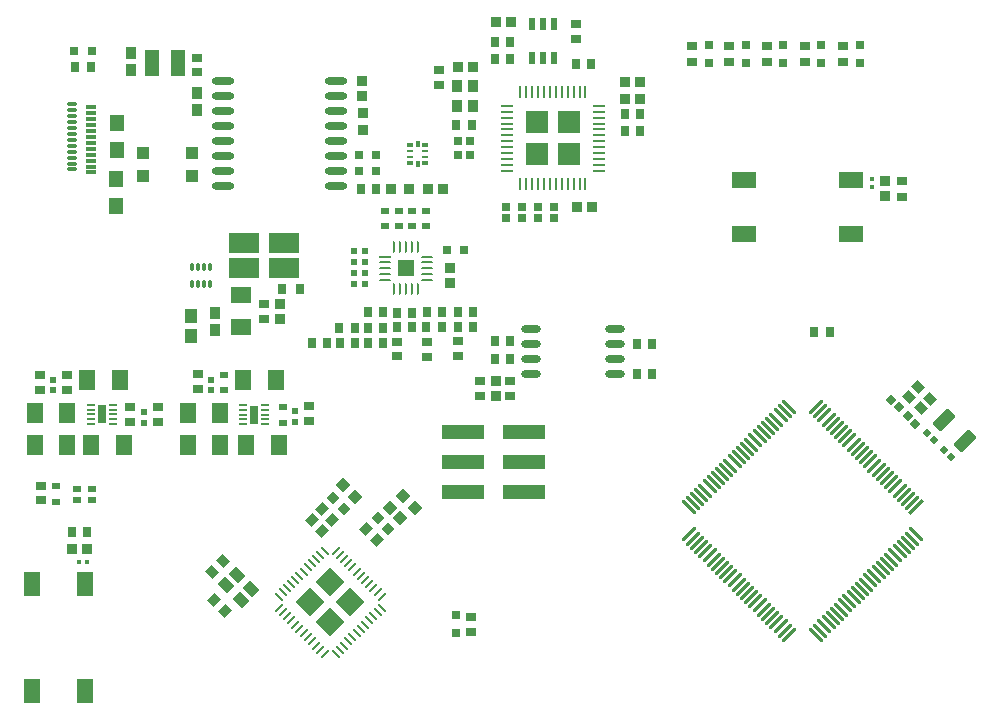
<source format=gtp>
G04*
G04 #@! TF.GenerationSoftware,Altium Limited,Altium Designer,23.5.1 (21)*
G04*
G04 Layer_Color=8421504*
%FSLAX43Y43*%
%MOMM*%
G71*
G04*
G04 #@! TF.SameCoordinates,3CC85EA5-9251-4F65-83BD-490A156F9735*
G04*
G04*
G04 #@! TF.FilePolarity,Positive*
G04*
G01*
G75*
%ADD25R,1.976X1.976*%
%ADD26R,1.423X1.423*%
%ADD27P,2.460X4X180.0*%
G04:AMPARAMS|DCode=28|XSize=1.739mm|YSize=1.739mm|CornerRadius=0mm|HoleSize=0mm|Usage=FLASHONLY|Rotation=135.000|XOffset=0mm|YOffset=0mm|HoleType=Round|Shape=Rectangle|*
%AMROTATEDRECTD28*
4,1,4,1.230,0.000,-0.000,-1.230,-1.230,-0.000,0.000,1.230,1.230,0.000,0.0*
%
%ADD28ROTATEDRECTD28*%

%ADD29R,0.807X0.858*%
%ADD30R,0.350X0.630*%
%ADD31R,0.530X0.300*%
%ADD32R,0.530X0.250*%
%ADD33R,0.600X1.100*%
%ADD34R,0.900X1.100*%
%ADD35R,1.044X0.242*%
G04:AMPARAMS|DCode=36|XSize=1.044mm|YSize=0.242mm|CornerRadius=0.121mm|HoleSize=0mm|Usage=FLASHONLY|Rotation=0.000|XOffset=0mm|YOffset=0mm|HoleType=Round|Shape=RoundedRectangle|*
%AMROUNDEDRECTD36*
21,1,1.044,0.000,0,0,0.0*
21,1,0.801,0.242,0,0,0.0*
1,1,0.242,0.401,0.000*
1,1,0.242,-0.401,0.000*
1,1,0.242,-0.401,0.000*
1,1,0.242,0.401,0.000*
%
%ADD36ROUNDEDRECTD36*%
G04:AMPARAMS|DCode=37|XSize=0.242mm|YSize=1.044mm|CornerRadius=0.121mm|HoleSize=0mm|Usage=FLASHONLY|Rotation=0.000|XOffset=0mm|YOffset=0mm|HoleType=Round|Shape=RoundedRectangle|*
%AMROUNDEDRECTD37*
21,1,0.242,0.801,0,0,0.0*
21,1,0.000,1.044,0,0,0.0*
1,1,0.242,0.000,-0.401*
1,1,0.242,0.000,-0.401*
1,1,0.242,0.000,0.401*
1,1,0.242,0.000,0.401*
%
%ADD37ROUNDEDRECTD37*%
%ADD38R,0.690X1.500*%
%ADD39O,0.800X0.200*%
%ADD40R,0.800X0.200*%
%ADD41R,0.800X0.950*%
%ADD42R,0.950X0.800*%
%ADD43R,0.700X0.650*%
%ADD44R,0.800X0.600*%
%ADD45R,0.850X0.700*%
G04:AMPARAMS|DCode=46|XSize=0.76mm|YSize=0.66mm|CornerRadius=0.083mm|HoleSize=0mm|Usage=FLASHONLY|Rotation=90.000|XOffset=0mm|YOffset=0mm|HoleType=Round|Shape=RoundedRectangle|*
%AMROUNDEDRECTD46*
21,1,0.760,0.495,0,0,90.0*
21,1,0.595,0.660,0,0,90.0*
1,1,0.165,0.248,0.297*
1,1,0.165,0.248,-0.297*
1,1,0.165,-0.248,-0.297*
1,1,0.165,-0.248,0.297*
%
%ADD46ROUNDEDRECTD46*%
%ADD47R,0.858X0.807*%
%ADD48R,0.850X0.750*%
%ADD49R,0.812X0.758*%
%ADD50R,0.958X0.912*%
G04:AMPARAMS|DCode=51|XSize=0.55mm|YSize=0.5mm|CornerRadius=0.063mm|HoleSize=0mm|Usage=FLASHONLY|Rotation=0.000|XOffset=0mm|YOffset=0mm|HoleType=Round|Shape=RoundedRectangle|*
%AMROUNDEDRECTD51*
21,1,0.550,0.375,0,0,0.0*
21,1,0.425,0.500,0,0,0.0*
1,1,0.125,0.213,-0.188*
1,1,0.125,-0.213,-0.188*
1,1,0.125,-0.213,0.188*
1,1,0.125,0.213,0.188*
%
%ADD51ROUNDEDRECTD51*%
%ADD52R,1.350X1.800*%
%ADD53R,0.750X0.850*%
%ADD54R,2.606X1.703*%
%ADD55R,1.004X0.239*%
G04:AMPARAMS|DCode=56|XSize=1.004mm|YSize=0.239mm|CornerRadius=0.12mm|HoleSize=0mm|Usage=FLASHONLY|Rotation=0.000|XOffset=0mm|YOffset=0mm|HoleType=Round|Shape=RoundedRectangle|*
%AMROUNDEDRECTD56*
21,1,1.004,0.000,0,0,0.0*
21,1,0.765,0.239,0,0,0.0*
1,1,0.239,0.382,0.000*
1,1,0.239,-0.382,0.000*
1,1,0.239,-0.382,0.000*
1,1,0.239,0.382,0.000*
%
%ADD56ROUNDEDRECTD56*%
G04:AMPARAMS|DCode=57|XSize=0.239mm|YSize=1.004mm|CornerRadius=0.12mm|HoleSize=0mm|Usage=FLASHONLY|Rotation=0.000|XOffset=0mm|YOffset=0mm|HoleType=Round|Shape=RoundedRectangle|*
%AMROUNDEDRECTD57*
21,1,0.239,0.765,0,0,0.0*
21,1,0.000,1.004,0,0,0.0*
1,1,0.239,0.000,-0.382*
1,1,0.239,0.000,-0.382*
1,1,0.239,0.000,0.382*
1,1,0.239,0.000,0.382*
%
%ADD57ROUNDEDRECTD57*%
%ADD58R,0.912X0.958*%
%ADD59O,1.700X0.600*%
G04:AMPARAMS|DCode=60|XSize=0.252mm|YSize=1.655mm|CornerRadius=0.126mm|HoleSize=0mm|Usage=FLASHONLY|Rotation=225.000|XOffset=0mm|YOffset=0mm|HoleType=Round|Shape=RoundedRectangle|*
%AMROUNDEDRECTD60*
21,1,0.252,1.403,0,0,225.0*
21,1,0.000,1.655,0,0,225.0*
1,1,0.252,-0.496,0.496*
1,1,0.252,-0.496,0.496*
1,1,0.252,0.496,-0.496*
1,1,0.252,0.496,-0.496*
%
%ADD60ROUNDEDRECTD60*%
G04:AMPARAMS|DCode=61|XSize=1.655mm|YSize=0.252mm|CornerRadius=0mm|HoleSize=0mm|Usage=FLASHONLY|Rotation=225.000|XOffset=0mm|YOffset=0mm|HoleType=Round|Shape=Rectangle|*
%AMROTATEDRECTD61*
4,1,4,0.496,0.674,0.674,0.496,-0.496,-0.674,-0.674,-0.496,0.496,0.674,0.0*
%
%ADD61ROTATEDRECTD61*%

G04:AMPARAMS|DCode=62|XSize=1.655mm|YSize=0.252mm|CornerRadius=0.126mm|HoleSize=0mm|Usage=FLASHONLY|Rotation=225.000|XOffset=0mm|YOffset=0mm|HoleType=Round|Shape=RoundedRectangle|*
%AMROUNDEDRECTD62*
21,1,1.655,0.000,0,0,225.0*
21,1,1.403,0.252,0,0,225.0*
1,1,0.252,-0.496,-0.496*
1,1,0.252,0.496,0.496*
1,1,0.252,0.496,0.496*
1,1,0.252,-0.496,-0.496*
%
%ADD62ROUNDEDRECTD62*%
%ADD63R,3.560X1.270*%
%ADD64P,1.344X4X270.0*%
G04:AMPARAMS|DCode=65|XSize=0.905mm|YSize=0.906mm|CornerRadius=0mm|HoleSize=0mm|Usage=FLASHONLY|Rotation=135.000|XOffset=0mm|YOffset=0mm|HoleType=Round|Shape=Rectangle|*
%AMROTATEDRECTD65*
4,1,4,0.640,0.000,-0.000,-0.640,-0.640,-0.000,0.000,0.640,0.640,0.000,0.0*
%
%ADD65ROTATEDRECTD65*%

G04:AMPARAMS|DCode=66|XSize=0.758mm|YSize=0.812mm|CornerRadius=0mm|HoleSize=0mm|Usage=FLASHONLY|Rotation=135.000|XOffset=0mm|YOffset=0mm|HoleType=Round|Shape=Rectangle|*
%AMROTATEDRECTD66*
4,1,4,0.555,0.019,-0.019,-0.555,-0.555,-0.019,0.019,0.555,0.555,0.019,0.0*
%
%ADD66ROTATEDRECTD66*%

G04:AMPARAMS|DCode=67|XSize=0.807mm|YSize=0.858mm|CornerRadius=0mm|HoleSize=0mm|Usage=FLASHONLY|Rotation=135.000|XOffset=0mm|YOffset=0mm|HoleType=Round|Shape=Rectangle|*
%AMROTATEDRECTD67*
4,1,4,0.589,0.018,-0.018,-0.589,-0.589,-0.018,0.018,0.589,0.589,0.018,0.0*
%
%ADD67ROTATEDRECTD67*%

G04:AMPARAMS|DCode=68|XSize=0.85mm|YSize=0.75mm|CornerRadius=0mm|HoleSize=0mm|Usage=FLASHONLY|Rotation=45.000|XOffset=0mm|YOffset=0mm|HoleType=Round|Shape=Rectangle|*
%AMROTATEDRECTD68*
4,1,4,-0.035,-0.566,-0.566,-0.035,0.035,0.566,0.566,0.035,-0.035,-0.566,0.0*
%
%ADD68ROTATEDRECTD68*%

%ADD69R,0.800X0.800*%
G04:AMPARAMS|DCode=70|XSize=0.192mm|YSize=0.908mm|CornerRadius=0.096mm|HoleSize=0mm|Usage=FLASHONLY|Rotation=135.000|XOffset=0mm|YOffset=0mm|HoleType=Round|Shape=RoundedRectangle|*
%AMROUNDEDRECTD70*
21,1,0.192,0.715,0,0,135.0*
21,1,0.000,0.908,0,0,135.0*
1,1,0.192,0.253,0.253*
1,1,0.192,0.253,0.253*
1,1,0.192,-0.253,-0.253*
1,1,0.192,-0.253,-0.253*
%
%ADD70ROUNDEDRECTD70*%
G04:AMPARAMS|DCode=71|XSize=0.908mm|YSize=0.192mm|CornerRadius=0.096mm|HoleSize=0mm|Usage=FLASHONLY|Rotation=135.000|XOffset=0mm|YOffset=0mm|HoleType=Round|Shape=RoundedRectangle|*
%AMROUNDEDRECTD71*
21,1,0.908,0.000,0,0,135.0*
21,1,0.715,0.192,0,0,135.0*
1,1,0.192,-0.253,0.253*
1,1,0.192,0.253,-0.253*
1,1,0.192,0.253,-0.253*
1,1,0.192,-0.253,0.253*
%
%ADD71ROUNDEDRECTD71*%
G04:AMPARAMS|DCode=72|XSize=0.908mm|YSize=0.192mm|CornerRadius=0mm|HoleSize=0mm|Usage=FLASHONLY|Rotation=135.000|XOffset=0mm|YOffset=0mm|HoleType=Round|Shape=Rectangle|*
%AMROTATEDRECTD72*
4,1,4,0.389,-0.253,0.253,-0.389,-0.389,0.253,-0.253,0.389,0.389,-0.253,0.0*
%
%ADD72ROTATEDRECTD72*%

G04:AMPARAMS|DCode=73|XSize=1.1mm|YSize=0.9mm|CornerRadius=0mm|HoleSize=0mm|Usage=FLASHONLY|Rotation=315.000|XOffset=0mm|YOffset=0mm|HoleType=Round|Shape=Rectangle|*
%AMROTATEDRECTD73*
4,1,4,-0.707,0.071,-0.071,0.707,0.707,-0.071,0.071,-0.707,-0.707,0.071,0.0*
%
%ADD73ROTATEDRECTD73*%

G04:AMPARAMS|DCode=74|XSize=0.807mm|YSize=0.858mm|CornerRadius=0mm|HoleSize=0mm|Usage=FLASHONLY|Rotation=45.000|XOffset=0mm|YOffset=0mm|HoleType=Round|Shape=Rectangle|*
%AMROTATEDRECTD74*
4,1,4,0.018,-0.589,-0.589,0.018,-0.018,0.589,0.589,-0.018,0.018,-0.589,0.0*
%
%ADD74ROTATEDRECTD74*%

G04:AMPARAMS|DCode=75|XSize=0.95mm|YSize=0.8mm|CornerRadius=0mm|HoleSize=0mm|Usage=FLASHONLY|Rotation=225.000|XOffset=0mm|YOffset=0mm|HoleType=Round|Shape=Rectangle|*
%AMROTATEDRECTD75*
4,1,4,0.053,0.619,0.619,0.053,-0.053,-0.619,-0.619,-0.053,0.053,0.619,0.0*
%
%ADD75ROTATEDRECTD75*%

%ADD76R,0.450X0.400*%
%ADD77R,1.400X2.100*%
G04:AMPARAMS|DCode=78|XSize=0.55mm|YSize=0.5mm|CornerRadius=0.063mm|HoleSize=0mm|Usage=FLASHONLY|Rotation=270.000|XOffset=0mm|YOffset=0mm|HoleType=Round|Shape=RoundedRectangle|*
%AMROUNDEDRECTD78*
21,1,0.550,0.375,0,0,270.0*
21,1,0.425,0.500,0,0,270.0*
1,1,0.125,-0.188,-0.213*
1,1,0.125,-0.188,0.213*
1,1,0.125,0.188,0.213*
1,1,0.125,0.188,-0.213*
%
%ADD78ROUNDEDRECTD78*%
G04:AMPARAMS|DCode=79|XSize=0.8mm|YSize=0.75mm|CornerRadius=0.094mm|HoleSize=0mm|Usage=FLASHONLY|Rotation=90.000|XOffset=0mm|YOffset=0mm|HoleType=Round|Shape=RoundedRectangle|*
%AMROUNDEDRECTD79*
21,1,0.800,0.563,0,0,90.0*
21,1,0.613,0.750,0,0,90.0*
1,1,0.188,0.281,0.306*
1,1,0.188,0.281,-0.306*
1,1,0.188,-0.281,-0.306*
1,1,0.188,-0.281,0.306*
%
%ADD79ROUNDEDRECTD79*%
%ADD80R,1.800X1.350*%
%ADD81R,0.958X1.007*%
%ADD82R,1.058X1.206*%
G04:AMPARAMS|DCode=83|XSize=0.67mm|YSize=0.3mm|CornerRadius=0.075mm|HoleSize=0mm|Usage=FLASHONLY|Rotation=270.000|XOffset=0mm|YOffset=0mm|HoleType=Round|Shape=RoundedRectangle|*
%AMROUNDEDRECTD83*
21,1,0.670,0.150,0,0,270.0*
21,1,0.520,0.300,0,0,270.0*
1,1,0.150,-0.075,-0.260*
1,1,0.150,-0.075,0.260*
1,1,0.150,0.075,0.260*
1,1,0.150,0.075,-0.260*
%
%ADD83ROUNDEDRECTD83*%
%ADD84R,1.300X1.400*%
%ADD85R,1.230X2.220*%
%ADD86O,1.900X0.600*%
%ADD87R,0.800X0.800*%
%ADD88R,1.100X1.000*%
%ADD89R,0.650X0.700*%
%ADD90P,0.735X4X180.0*%
G04:AMPARAMS|DCode=91|XSize=1mm|YSize=1.8mm|CornerRadius=0.1mm|HoleSize=0mm|Usage=FLASHONLY|Rotation=135.000|XOffset=0mm|YOffset=0mm|HoleType=Round|Shape=RoundedRectangle|*
%AMROUNDEDRECTD91*
21,1,1.000,1.600,0,0,135.0*
21,1,0.800,1.800,0,0,135.0*
1,1,0.200,0.283,0.849*
1,1,0.200,0.849,0.283*
1,1,0.200,-0.283,-0.849*
1,1,0.200,-0.849,-0.283*
%
%ADD91ROUNDEDRECTD91*%
G04:AMPARAMS|DCode=92|XSize=0.62mm|YSize=0.66mm|CornerRadius=0mm|HoleSize=0mm|Usage=FLASHONLY|Rotation=225.000|XOffset=0mm|YOffset=0mm|HoleType=Round|Shape=Rectangle|*
%AMROTATEDRECTD92*
4,1,4,-0.014,0.453,0.453,-0.014,0.014,-0.453,-0.453,0.014,-0.014,0.453,0.0*
%
%ADD92ROTATEDRECTD92*%

G04:AMPARAMS|DCode=93|XSize=0.8mm|YSize=0.9mm|CornerRadius=0.08mm|HoleSize=0mm|Usage=FLASHONLY|Rotation=225.000|XOffset=0mm|YOffset=0mm|HoleType=Round|Shape=RoundedRectangle|*
%AMROUNDEDRECTD93*
21,1,0.800,0.740,0,0,225.0*
21,1,0.640,0.900,0,0,225.0*
1,1,0.160,-0.488,0.035*
1,1,0.160,-0.035,0.488*
1,1,0.160,0.488,-0.035*
1,1,0.160,0.035,-0.488*
%
%ADD93ROUNDEDRECTD93*%
%ADD94R,0.400X0.450*%
%ADD95R,2.100X1.400*%
G04:AMPARAMS|DCode=96|XSize=0.27mm|YSize=0.9mm|CornerRadius=0.034mm|HoleSize=0mm|Usage=FLASHONLY|Rotation=270.000|XOffset=0mm|YOffset=0mm|HoleType=Round|Shape=RoundedRectangle|*
%AMROUNDEDRECTD96*
21,1,0.270,0.832,0,0,270.0*
21,1,0.203,0.900,0,0,270.0*
1,1,0.068,-0.416,-0.101*
1,1,0.068,-0.416,0.101*
1,1,0.068,0.416,0.101*
1,1,0.068,0.416,-0.101*
%
%ADD96ROUNDEDRECTD96*%
G04:AMPARAMS|DCode=97|XSize=0.27mm|YSize=0.8mm|CornerRadius=0.034mm|HoleSize=0mm|Usage=FLASHONLY|Rotation=270.000|XOffset=0mm|YOffset=0mm|HoleType=Round|Shape=RoundedRectangle|*
%AMROUNDEDRECTD97*
21,1,0.270,0.733,0,0,270.0*
21,1,0.203,0.800,0,0,270.0*
1,1,0.068,-0.366,-0.101*
1,1,0.068,-0.366,0.101*
1,1,0.068,0.366,0.101*
1,1,0.068,0.366,-0.101*
%
%ADD97ROUNDEDRECTD97*%
D25*
X45279Y60062D02*
D03*
X48021D02*
D03*
X45279Y57319D02*
D03*
X48021D02*
D03*
D26*
X34225Y47675D02*
D03*
D27*
X27786Y17696D02*
D03*
X29492Y19402D02*
D03*
D28*
X26079Y19403D02*
D03*
X27786Y21109D02*
D03*
D29*
X36074Y54375D02*
D03*
X37326D02*
D03*
X43076Y68525D02*
D03*
X41824D02*
D03*
X39851Y64703D02*
D03*
X38599D02*
D03*
X5924Y23900D02*
D03*
X7176D02*
D03*
X48674Y52875D02*
D03*
X49926D02*
D03*
X52774Y63454D02*
D03*
X54026D02*
D03*
X52774Y62054D02*
D03*
X54026D02*
D03*
D30*
X35200Y56535D02*
D03*
Y58215D02*
D03*
D31*
X34560Y56625D02*
D03*
Y58125D02*
D03*
X35840D02*
D03*
Y56625D02*
D03*
D32*
X34560Y57125D02*
D03*
Y57625D02*
D03*
X35840D02*
D03*
Y57125D02*
D03*
D33*
X44850Y65525D02*
D03*
X45800D02*
D03*
X46750D02*
D03*
X46750Y68325D02*
D03*
X45800Y68325D02*
D03*
X44850Y68325D02*
D03*
D34*
X39839Y63152D02*
D03*
Y61452D02*
D03*
X38539Y63152D02*
D03*
Y61452D02*
D03*
D35*
X42737Y61440D02*
D03*
D36*
Y60940D02*
D03*
Y60440D02*
D03*
Y59940D02*
D03*
Y59440D02*
D03*
Y58940D02*
D03*
Y58440D02*
D03*
Y57940D02*
D03*
Y57440D02*
D03*
Y56940D02*
D03*
Y56440D02*
D03*
Y55940D02*
D03*
X50564D02*
D03*
Y56440D02*
D03*
Y56940D02*
D03*
Y57440D02*
D03*
Y57940D02*
D03*
Y58440D02*
D03*
Y58940D02*
D03*
Y59440D02*
D03*
Y59940D02*
D03*
Y60440D02*
D03*
Y60940D02*
D03*
Y61440D02*
D03*
D37*
X43900Y54777D02*
D03*
X44400D02*
D03*
X44900D02*
D03*
X45400D02*
D03*
X45900D02*
D03*
X46400D02*
D03*
X46900D02*
D03*
X47400D02*
D03*
X47900D02*
D03*
X48400D02*
D03*
X48900D02*
D03*
X49400D02*
D03*
Y62604D02*
D03*
X48900D02*
D03*
X48400D02*
D03*
X47900D02*
D03*
X47400D02*
D03*
X46900D02*
D03*
X46400D02*
D03*
X45900D02*
D03*
X45400D02*
D03*
X44900D02*
D03*
X44400D02*
D03*
X43900D02*
D03*
D38*
X8450Y35325D02*
D03*
X21346Y35300D02*
D03*
D39*
X7500Y36125D02*
D03*
Y35725D02*
D03*
Y35325D02*
D03*
Y34925D02*
D03*
Y34525D02*
D03*
X9400Y36125D02*
D03*
Y35725D02*
D03*
Y35325D02*
D03*
Y34925D02*
D03*
X20396Y36100D02*
D03*
Y35700D02*
D03*
Y35300D02*
D03*
Y34900D02*
D03*
Y34500D02*
D03*
X22296Y36100D02*
D03*
Y35700D02*
D03*
Y35300D02*
D03*
Y34900D02*
D03*
D40*
X9400Y34525D02*
D03*
X22296Y34500D02*
D03*
D41*
X41724Y39995D02*
D03*
X43024D02*
D03*
X41724Y41546D02*
D03*
X43024Y41546D02*
D03*
X43050Y65403D02*
D03*
X41750D02*
D03*
X38464Y59797D02*
D03*
X39764D02*
D03*
X30975Y42600D02*
D03*
X32275D02*
D03*
X39871Y42698D02*
D03*
X38571Y42698D02*
D03*
X35939Y42743D02*
D03*
X37239D02*
D03*
X33450Y42673D02*
D03*
X34750D02*
D03*
X32275Y43950D02*
D03*
X30975Y43950D02*
D03*
X29871Y42586D02*
D03*
X28571Y42586D02*
D03*
X30381Y54393D02*
D03*
X31681D02*
D03*
X55056Y41270D02*
D03*
X53756Y41270D02*
D03*
X55056Y38724D02*
D03*
X53756D02*
D03*
X5900Y25350D02*
D03*
X7200D02*
D03*
X7525Y64700D02*
D03*
X6225D02*
D03*
X41750Y66800D02*
D03*
X43050D02*
D03*
X48600Y64975D02*
D03*
X49900D02*
D03*
X54026Y59304D02*
D03*
X52726D02*
D03*
X70075Y42250D02*
D03*
X68775D02*
D03*
D42*
X37014Y63213D02*
D03*
Y64513D02*
D03*
X5465Y38675D02*
D03*
Y37375D02*
D03*
X16600Y38750D02*
D03*
X16600Y37450D02*
D03*
X10850Y35975D02*
D03*
Y34675D02*
D03*
X13250Y34675D02*
D03*
Y35975D02*
D03*
X26000Y34750D02*
D03*
Y36050D02*
D03*
X35975Y41450D02*
D03*
X35975Y40150D02*
D03*
X39675Y18175D02*
D03*
Y16875D02*
D03*
X3200Y38650D02*
D03*
Y37350D02*
D03*
X48575Y68400D02*
D03*
X48575Y67100D02*
D03*
X67997Y65188D02*
D03*
Y66488D02*
D03*
X64747Y65188D02*
D03*
Y66488D02*
D03*
X61596Y65188D02*
D03*
Y66488D02*
D03*
X58446D02*
D03*
Y65188D02*
D03*
X71248D02*
D03*
Y66488D02*
D03*
X76200Y53750D02*
D03*
Y55050D02*
D03*
D43*
X38639Y58447D02*
D03*
X39589D02*
D03*
X38650Y57300D02*
D03*
X39600D02*
D03*
D44*
X18821Y38643D02*
D03*
Y37343D02*
D03*
X23776Y34624D02*
D03*
Y35924D02*
D03*
X33575Y51225D02*
D03*
X33575Y52525D02*
D03*
X34725Y51225D02*
D03*
Y52525D02*
D03*
X35876Y51225D02*
D03*
Y52525D02*
D03*
X32425Y51225D02*
D03*
Y52525D02*
D03*
X7650Y28075D02*
D03*
X6350D02*
D03*
X7650Y29025D02*
D03*
X6350D02*
D03*
X4600Y27925D02*
D03*
Y29225D02*
D03*
D45*
X38575Y41500D02*
D03*
Y40250D02*
D03*
X33475Y41475D02*
D03*
Y40225D02*
D03*
D46*
X39100Y49200D02*
D03*
X37700D02*
D03*
X30254Y55895D02*
D03*
X31654D02*
D03*
X30254Y57295D02*
D03*
X31654D02*
D03*
D47*
X41791Y36887D02*
D03*
Y38139D02*
D03*
X37950Y46448D02*
D03*
X37950Y47700D02*
D03*
X30500Y62275D02*
D03*
Y63527D02*
D03*
X23525Y43399D02*
D03*
Y44651D02*
D03*
X74746Y53805D02*
D03*
Y55057D02*
D03*
D48*
X43041Y38138D02*
D03*
Y36888D02*
D03*
D49*
X40465Y38140D02*
D03*
X40465Y36886D02*
D03*
X3300Y28023D02*
D03*
Y29277D02*
D03*
X22150Y43398D02*
D03*
Y44652D02*
D03*
X16500Y64273D02*
D03*
Y65527D02*
D03*
D50*
X34432Y54378D02*
D03*
X32978D02*
D03*
D51*
X4300Y38250D02*
D03*
Y37350D02*
D03*
X17700Y38250D02*
D03*
Y37350D02*
D03*
X12050Y34599D02*
D03*
Y35499D02*
D03*
X24826Y34674D02*
D03*
Y35574D02*
D03*
D52*
X9975Y38200D02*
D03*
X7225D02*
D03*
X18476Y35419D02*
D03*
X15726D02*
D03*
X10325Y32725D02*
D03*
X7575D02*
D03*
X18476Y32719D02*
D03*
X15726D02*
D03*
X23420D02*
D03*
X20671D02*
D03*
X23175Y38200D02*
D03*
X20425D02*
D03*
X2775Y32725D02*
D03*
X5525D02*
D03*
X2775Y35425D02*
D03*
X5525D02*
D03*
D53*
X31000Y41350D02*
D03*
X32250Y41350D02*
D03*
X38600Y43971D02*
D03*
X39850D02*
D03*
X35975Y43978D02*
D03*
X37225D02*
D03*
X33475Y43908D02*
D03*
X34725D02*
D03*
X28600Y41350D02*
D03*
X29850D02*
D03*
X26275Y41350D02*
D03*
X27525D02*
D03*
X52751Y60754D02*
D03*
X54001D02*
D03*
D54*
X23850Y49851D02*
D03*
X23850Y47749D02*
D03*
X20505Y49843D02*
D03*
Y47742D02*
D03*
D55*
X32448Y48675D02*
D03*
D56*
Y48175D02*
D03*
X32448Y47675D02*
D03*
X32448Y47175D02*
D03*
X32448Y46675D02*
D03*
X36002D02*
D03*
Y47175D02*
D03*
Y47675D02*
D03*
X36002Y48175D02*
D03*
Y48675D02*
D03*
D57*
X33225Y45898D02*
D03*
X33725D02*
D03*
X34225D02*
D03*
X34725D02*
D03*
X35225D02*
D03*
Y49452D02*
D03*
X34725D02*
D03*
X34225Y49452D02*
D03*
X33725D02*
D03*
X33225Y49452D02*
D03*
D58*
X30527Y59379D02*
D03*
Y60833D02*
D03*
D59*
X44824Y42550D02*
D03*
X44824Y41280D02*
D03*
Y40010D02*
D03*
Y38740D02*
D03*
X51924Y42550D02*
D03*
Y41280D02*
D03*
Y40010D02*
D03*
X51924Y38740D02*
D03*
D60*
X76701Y24440D02*
D03*
X75994Y23733D02*
D03*
X75287Y23025D02*
D03*
X74933Y22672D02*
D03*
X74579Y22318D02*
D03*
X71751Y19490D02*
D03*
X72105Y19843D02*
D03*
X72458Y20197D02*
D03*
X72812Y20551D02*
D03*
X73165Y20904D02*
D03*
X73519Y21258D02*
D03*
X74226Y21965D02*
D03*
X76347Y24086D02*
D03*
X69630Y17369D02*
D03*
X69983Y17722D02*
D03*
X70337Y18076D02*
D03*
X70690Y18429D02*
D03*
X71044Y18783D02*
D03*
X71397Y19136D02*
D03*
X66624Y35931D02*
D03*
X66270Y35577D02*
D03*
X65917Y35224D02*
D03*
X65563Y34870D02*
D03*
X65210Y34517D02*
D03*
X64856Y34163D02*
D03*
X64503Y33809D02*
D03*
X64149Y33456D02*
D03*
X63795Y33102D02*
D03*
X63442Y32749D02*
D03*
X63088Y32395D02*
D03*
X62735Y32042D02*
D03*
X62381Y31688D02*
D03*
X62028Y31335D02*
D03*
X61674Y30981D02*
D03*
X61321Y30627D02*
D03*
X60967Y30274D02*
D03*
X60613Y29920D02*
D03*
X60260Y29567D02*
D03*
X59906Y29213D02*
D03*
X59553Y28860D02*
D03*
X59199Y28506D02*
D03*
X58846Y28153D02*
D03*
X58492Y27799D02*
D03*
X58139Y27446D02*
D03*
X68923Y16661D02*
D03*
X69276Y17015D02*
D03*
X73872Y21611D02*
D03*
X75640Y23379D02*
D03*
X77054Y24793D02*
D03*
X77408Y25147D02*
D03*
D61*
X77408Y27446D02*
D03*
D62*
X77054Y27799D02*
D03*
X76701Y28153D02*
D03*
X76347Y28506D02*
D03*
X75994Y28860D02*
D03*
X75640Y29213D02*
D03*
X75287Y29567D02*
D03*
X74933Y29920D02*
D03*
X74579Y30274D02*
D03*
X74226Y30628D02*
D03*
X73872Y30981D02*
D03*
X73519Y31335D02*
D03*
X73165Y31688D02*
D03*
X72812Y32042D02*
D03*
X72458Y32395D02*
D03*
X72105Y32749D02*
D03*
X71751Y33102D02*
D03*
X71397Y33456D02*
D03*
X71044Y33809D02*
D03*
X70690Y34163D02*
D03*
X70337Y34517D02*
D03*
X69983Y34870D02*
D03*
X69630Y35224D02*
D03*
X69276Y35577D02*
D03*
X68923Y35931D02*
D03*
X58139Y25147D02*
D03*
X58492Y24793D02*
D03*
X58846Y24440D02*
D03*
X59199Y24086D02*
D03*
X59553Y23733D02*
D03*
X59906Y23379D02*
D03*
X60260Y23025D02*
D03*
X60613Y22672D02*
D03*
X60967Y22318D02*
D03*
X61321Y21965D02*
D03*
X61674Y21611D02*
D03*
X62028Y21258D02*
D03*
X62381Y20904D02*
D03*
X62735Y20551D02*
D03*
X63088Y20197D02*
D03*
X63442Y19843D02*
D03*
X63795Y19490D02*
D03*
X64149Y19136D02*
D03*
X64503Y18783D02*
D03*
X64856Y18429D02*
D03*
X65210Y18076D02*
D03*
X65563Y17722D02*
D03*
X65917Y17369D02*
D03*
X66270Y17015D02*
D03*
X66624Y16661D02*
D03*
D63*
X44205Y28760D02*
D03*
X38995D02*
D03*
X44205Y31300D02*
D03*
X38995Y31300D02*
D03*
X44205Y33840D02*
D03*
X38995D02*
D03*
D64*
X34963Y27387D02*
D03*
X33937Y28413D02*
D03*
X29888Y28337D02*
D03*
X28862Y29363D02*
D03*
D65*
X32813Y27425D02*
D03*
X33662Y26575D02*
D03*
D66*
X31804Y26524D02*
D03*
X32691Y25637D02*
D03*
X28918Y27332D02*
D03*
X28032Y28218D02*
D03*
D67*
X30850Y25604D02*
D03*
X31735Y24719D02*
D03*
X27968Y26382D02*
D03*
X27082Y27268D02*
D03*
D68*
X26208Y26342D02*
D03*
X27092Y25458D02*
D03*
D69*
X38475Y18300D02*
D03*
Y16800D02*
D03*
X66122Y65088D02*
D03*
Y66588D02*
D03*
X62971Y65088D02*
D03*
Y66588D02*
D03*
X59821Y65088D02*
D03*
Y66588D02*
D03*
X69372Y65088D02*
D03*
Y66588D02*
D03*
X72623Y65088D02*
D03*
Y66588D02*
D03*
D70*
X27308Y15036D02*
D03*
X26955Y15390D02*
D03*
X26601Y15743D02*
D03*
X26248Y16097D02*
D03*
X25894Y16450D02*
D03*
X25540Y16804D02*
D03*
X25187Y17157D02*
D03*
X24833Y17511D02*
D03*
X24480Y17864D02*
D03*
X24126Y18218D02*
D03*
X23773Y18572D02*
D03*
X23419Y18925D02*
D03*
X28263Y23769D02*
D03*
X28617Y23416D02*
D03*
X28970Y23062D02*
D03*
X29324Y22708D02*
D03*
X29677Y22355D02*
D03*
X30031Y22001D02*
D03*
X30384Y21648D02*
D03*
X30738Y21294D02*
D03*
X31091Y20941D02*
D03*
X31445Y20587D02*
D03*
X31799Y20233D02*
D03*
X32152Y19880D02*
D03*
D71*
X23419Y19880D02*
D03*
X23773Y20233D02*
D03*
X24126Y20587D02*
D03*
X24480Y20941D02*
D03*
X24833Y21294D02*
D03*
X25187Y21648D02*
D03*
X25540Y22001D02*
D03*
X25894Y22355D02*
D03*
X26248Y22708D02*
D03*
X26601Y23062D02*
D03*
X26955Y23415D02*
D03*
X27308Y23769D02*
D03*
X32152Y18925D02*
D03*
X31799Y18572D02*
D03*
X31445Y18218D02*
D03*
X31091Y17864D02*
D03*
X30738Y17511D02*
D03*
X30384Y17157D02*
D03*
X30031Y16804D02*
D03*
X29677Y16450D02*
D03*
X29324Y16097D02*
D03*
X28970Y15743D02*
D03*
X28617Y15390D02*
D03*
D72*
X28263Y15036D02*
D03*
D73*
X19918Y21750D02*
D03*
X21120Y20547D02*
D03*
X18999Y20830D02*
D03*
X20201Y19628D02*
D03*
D74*
X18681Y22882D02*
D03*
X17796Y21996D02*
D03*
D75*
X18893Y18638D02*
D03*
X17974Y19558D02*
D03*
D76*
X6550Y22825D02*
D03*
X7200D02*
D03*
D77*
X2550Y11857D02*
D03*
X7050D02*
D03*
Y20957D02*
D03*
X2550D02*
D03*
D78*
X29800Y46324D02*
D03*
X30700D02*
D03*
X29800Y47275D02*
D03*
X30700Y47275D02*
D03*
X29800Y48225D02*
D03*
X30700D02*
D03*
X29803Y49175D02*
D03*
X30703D02*
D03*
D79*
X25275Y45950D02*
D03*
X23675D02*
D03*
D80*
X20275Y45450D02*
D03*
X20275Y42700D02*
D03*
D81*
X18075Y42475D02*
D03*
Y43927D02*
D03*
X16500Y62526D02*
D03*
Y61074D02*
D03*
X10900Y65926D02*
D03*
Y64474D02*
D03*
D82*
X15975Y43627D02*
D03*
X15975Y41975D02*
D03*
D83*
X17625Y47800D02*
D03*
X17125D02*
D03*
X16625Y47800D02*
D03*
X16125D02*
D03*
X17625Y46320D02*
D03*
X17125Y46320D02*
D03*
X16625Y46320D02*
D03*
X16125D02*
D03*
D84*
X9700Y57725D02*
D03*
Y60025D02*
D03*
X9675Y55250D02*
D03*
Y52950D02*
D03*
D85*
X12715Y65100D02*
D03*
X14885D02*
D03*
D86*
X18750Y63545D02*
D03*
Y62275D02*
D03*
Y61005D02*
D03*
Y59735D02*
D03*
Y58465D02*
D03*
Y57195D02*
D03*
Y55925D02*
D03*
Y54655D02*
D03*
X28250Y63545D02*
D03*
Y62275D02*
D03*
Y61005D02*
D03*
Y59735D02*
D03*
Y58465D02*
D03*
Y57195D02*
D03*
Y55925D02*
D03*
Y54655D02*
D03*
D87*
X7625Y66104D02*
D03*
X6125D02*
D03*
D88*
X11975Y55525D02*
D03*
X16075D02*
D03*
Y57425D02*
D03*
X11975D02*
D03*
D89*
X46752Y52905D02*
D03*
Y51955D02*
D03*
X45400Y52905D02*
D03*
Y51955D02*
D03*
X44048Y52905D02*
D03*
Y51955D02*
D03*
X42696D02*
D03*
Y52905D02*
D03*
D90*
X79776Y32284D02*
D03*
X80341Y31718D02*
D03*
X78927Y33132D02*
D03*
X78361Y33698D02*
D03*
D91*
X79741Y34859D02*
D03*
X81509Y33091D02*
D03*
D92*
X76685Y35164D02*
D03*
X77307Y34541D02*
D03*
X75928Y35920D02*
D03*
X75306Y36543D02*
D03*
D93*
X78581Y36604D02*
D03*
X77591Y37594D02*
D03*
X76813Y36817D02*
D03*
X77803Y35827D02*
D03*
D94*
X73695Y54606D02*
D03*
Y55256D02*
D03*
D95*
X71900Y50625D02*
D03*
Y55125D02*
D03*
X62800D02*
D03*
Y50625D02*
D03*
D96*
X7550Y55800D02*
D03*
Y56300D02*
D03*
Y56800D02*
D03*
Y57300D02*
D03*
Y57800D02*
D03*
Y58300D02*
D03*
Y58800D02*
D03*
Y59300D02*
D03*
Y59800D02*
D03*
Y60300D02*
D03*
Y60800D02*
D03*
Y61300D02*
D03*
D97*
X5950Y61550D02*
D03*
Y61050D02*
D03*
Y60550D02*
D03*
Y60050D02*
D03*
Y59550D02*
D03*
Y59050D02*
D03*
Y58550D02*
D03*
Y58050D02*
D03*
Y57550D02*
D03*
Y57050D02*
D03*
Y56550D02*
D03*
Y56050D02*
D03*
M02*

</source>
